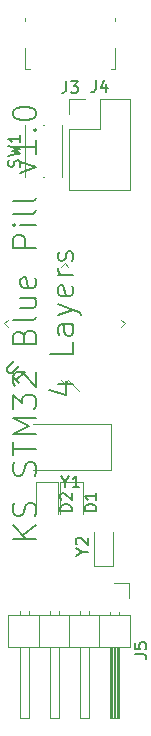
<source format=gbr>
%TF.GenerationSoftware,KiCad,Pcbnew,(5.1.6)-1*%
%TF.CreationDate,2020-09-14T17:11:37+02:00*%
%TF.ProjectId,STM32_blue_pill_4_layers,53544d33-325f-4626-9c75-655f70696c6c,rev?*%
%TF.SameCoordinates,Original*%
%TF.FileFunction,Legend,Top*%
%TF.FilePolarity,Positive*%
%FSLAX46Y46*%
G04 Gerber Fmt 4.6, Leading zero omitted, Abs format (unit mm)*
G04 Created by KiCad (PCBNEW (5.1.6)-1) date 2020-09-14 17:11:37*
%MOMM*%
%LPD*%
G01*
G04 APERTURE LIST*
%ADD10C,0.150000*%
%ADD11C,0.120000*%
G04 APERTURE END LIST*
D10*
X127569761Y-105108095D02*
X125569761Y-105108095D01*
X127569761Y-103965238D02*
X126426904Y-104822380D01*
X125569761Y-103965238D02*
X126712619Y-105108095D01*
X127474523Y-103203333D02*
X127569761Y-102917619D01*
X127569761Y-102441428D01*
X127474523Y-102250952D01*
X127379285Y-102155714D01*
X127188809Y-102060476D01*
X126998333Y-102060476D01*
X126807857Y-102155714D01*
X126712619Y-102250952D01*
X126617380Y-102441428D01*
X126522142Y-102822380D01*
X126426904Y-103012857D01*
X126331666Y-103108095D01*
X126141190Y-103203333D01*
X125950714Y-103203333D01*
X125760238Y-103108095D01*
X125665000Y-103012857D01*
X125569761Y-102822380D01*
X125569761Y-102346190D01*
X125665000Y-102060476D01*
X127474523Y-99774761D02*
X127569761Y-99489047D01*
X127569761Y-99012857D01*
X127474523Y-98822380D01*
X127379285Y-98727142D01*
X127188809Y-98631904D01*
X126998333Y-98631904D01*
X126807857Y-98727142D01*
X126712619Y-98822380D01*
X126617380Y-99012857D01*
X126522142Y-99393809D01*
X126426904Y-99584285D01*
X126331666Y-99679523D01*
X126141190Y-99774761D01*
X125950714Y-99774761D01*
X125760238Y-99679523D01*
X125665000Y-99584285D01*
X125569761Y-99393809D01*
X125569761Y-98917619D01*
X125665000Y-98631904D01*
X125569761Y-98060476D02*
X125569761Y-96917619D01*
X127569761Y-97489047D02*
X125569761Y-97489047D01*
X127569761Y-96250952D02*
X125569761Y-96250952D01*
X126998333Y-95584285D01*
X125569761Y-94917619D01*
X127569761Y-94917619D01*
X125569761Y-94155714D02*
X125569761Y-92917619D01*
X126331666Y-93584285D01*
X126331666Y-93298571D01*
X126426904Y-93108095D01*
X126522142Y-93012857D01*
X126712619Y-92917619D01*
X127188809Y-92917619D01*
X127379285Y-93012857D01*
X127474523Y-93108095D01*
X127569761Y-93298571D01*
X127569761Y-93870000D01*
X127474523Y-94060476D01*
X127379285Y-94155714D01*
X125760238Y-92155714D02*
X125665000Y-92060476D01*
X125569761Y-91870000D01*
X125569761Y-91393809D01*
X125665000Y-91203333D01*
X125760238Y-91108095D01*
X125950714Y-91012857D01*
X126141190Y-91012857D01*
X126426904Y-91108095D01*
X127569761Y-92250952D01*
X127569761Y-91012857D01*
X126522142Y-87965238D02*
X126617380Y-87679523D01*
X126712619Y-87584285D01*
X126903095Y-87489047D01*
X127188809Y-87489047D01*
X127379285Y-87584285D01*
X127474523Y-87679523D01*
X127569761Y-87870000D01*
X127569761Y-88631904D01*
X125569761Y-88631904D01*
X125569761Y-87965238D01*
X125665000Y-87774761D01*
X125760238Y-87679523D01*
X125950714Y-87584285D01*
X126141190Y-87584285D01*
X126331666Y-87679523D01*
X126426904Y-87774761D01*
X126522142Y-87965238D01*
X126522142Y-88631904D01*
X127569761Y-86346190D02*
X127474523Y-86536666D01*
X127284047Y-86631904D01*
X125569761Y-86631904D01*
X126236428Y-84727142D02*
X127569761Y-84727142D01*
X126236428Y-85584285D02*
X127284047Y-85584285D01*
X127474523Y-85489047D01*
X127569761Y-85298571D01*
X127569761Y-85012857D01*
X127474523Y-84822380D01*
X127379285Y-84727142D01*
X127474523Y-83012857D02*
X127569761Y-83203333D01*
X127569761Y-83584285D01*
X127474523Y-83774761D01*
X127284047Y-83870000D01*
X126522142Y-83870000D01*
X126331666Y-83774761D01*
X126236428Y-83584285D01*
X126236428Y-83203333D01*
X126331666Y-83012857D01*
X126522142Y-82917619D01*
X126712619Y-82917619D01*
X126903095Y-83870000D01*
X127569761Y-80536666D02*
X125569761Y-80536666D01*
X125569761Y-79774761D01*
X125665000Y-79584285D01*
X125760238Y-79489047D01*
X125950714Y-79393809D01*
X126236428Y-79393809D01*
X126426904Y-79489047D01*
X126522142Y-79584285D01*
X126617380Y-79774761D01*
X126617380Y-80536666D01*
X127569761Y-78536666D02*
X126236428Y-78536666D01*
X125569761Y-78536666D02*
X125665000Y-78631904D01*
X125760238Y-78536666D01*
X125665000Y-78441428D01*
X125569761Y-78536666D01*
X125760238Y-78536666D01*
X127569761Y-77298571D02*
X127474523Y-77489047D01*
X127284047Y-77584285D01*
X125569761Y-77584285D01*
X127569761Y-76250952D02*
X127474523Y-76441428D01*
X127284047Y-76536666D01*
X125569761Y-76536666D01*
X126236428Y-74155714D02*
X127569761Y-73679523D01*
X126236428Y-73203333D01*
X127569761Y-71393809D02*
X127569761Y-72536666D01*
X127569761Y-71965238D02*
X125569761Y-71965238D01*
X125855476Y-72155714D01*
X126045952Y-72346190D01*
X126141190Y-72536666D01*
X127379285Y-70536666D02*
X127474523Y-70441428D01*
X127569761Y-70536666D01*
X127474523Y-70631904D01*
X127379285Y-70536666D01*
X127569761Y-70536666D01*
X125569761Y-69203333D02*
X125569761Y-69012857D01*
X125665000Y-68822380D01*
X125760238Y-68727142D01*
X125950714Y-68631904D01*
X126331666Y-68536666D01*
X126807857Y-68536666D01*
X127188809Y-68631904D01*
X127379285Y-68727142D01*
X127474523Y-68822380D01*
X127569761Y-69012857D01*
X127569761Y-69203333D01*
X127474523Y-69393809D01*
X127379285Y-69489047D01*
X127188809Y-69584285D01*
X126807857Y-69679523D01*
X126331666Y-69679523D01*
X125950714Y-69584285D01*
X125760238Y-69489047D01*
X125665000Y-69393809D01*
X125569761Y-69203333D01*
X129386428Y-92012857D02*
X130719761Y-92012857D01*
X128624523Y-92489047D02*
X130053095Y-92965238D01*
X130053095Y-91727142D01*
X130719761Y-88489047D02*
X130719761Y-89441428D01*
X128719761Y-89441428D01*
X130719761Y-86965238D02*
X129672142Y-86965238D01*
X129481666Y-87060476D01*
X129386428Y-87250952D01*
X129386428Y-87631904D01*
X129481666Y-87822380D01*
X130624523Y-86965238D02*
X130719761Y-87155714D01*
X130719761Y-87631904D01*
X130624523Y-87822380D01*
X130434047Y-87917619D01*
X130243571Y-87917619D01*
X130053095Y-87822380D01*
X129957857Y-87631904D01*
X129957857Y-87155714D01*
X129862619Y-86965238D01*
X129386428Y-86203333D02*
X130719761Y-85727142D01*
X129386428Y-85250952D02*
X130719761Y-85727142D01*
X131195952Y-85917619D01*
X131291190Y-86012857D01*
X131386428Y-86203333D01*
X130624523Y-83727142D02*
X130719761Y-83917619D01*
X130719761Y-84298571D01*
X130624523Y-84489047D01*
X130434047Y-84584285D01*
X129672142Y-84584285D01*
X129481666Y-84489047D01*
X129386428Y-84298571D01*
X129386428Y-83917619D01*
X129481666Y-83727142D01*
X129672142Y-83631904D01*
X129862619Y-83631904D01*
X130053095Y-84584285D01*
X130719761Y-82774761D02*
X129386428Y-82774761D01*
X129767380Y-82774761D02*
X129576904Y-82679523D01*
X129481666Y-82584285D01*
X129386428Y-82393809D01*
X129386428Y-82203333D01*
X130624523Y-81631904D02*
X130719761Y-81441428D01*
X130719761Y-81060476D01*
X130624523Y-80870000D01*
X130434047Y-80774761D01*
X130338809Y-80774761D01*
X130148333Y-80870000D01*
X130053095Y-81060476D01*
X130053095Y-81346190D01*
X129957857Y-81536666D01*
X129767380Y-81631904D01*
X129672142Y-81631904D01*
X129481666Y-81536666D01*
X129386428Y-81346190D01*
X129386428Y-81060476D01*
X129481666Y-80870000D01*
D11*
%TO.C,J3*%
X134240000Y-61010000D02*
X134240000Y-61270000D01*
X134240000Y-63550000D02*
X134240000Y-65320000D01*
X134240000Y-65320000D02*
X133860000Y-65320000D01*
X126620000Y-65320000D02*
X126620000Y-63550000D01*
X126620000Y-61270000D02*
X126620000Y-61010000D01*
X126620000Y-65320000D02*
X127000000Y-65320000D01*
%TO.C,SW1*%
X128250000Y-74490000D02*
X128150000Y-74490000D01*
X126650000Y-70090000D02*
X126650000Y-74490000D01*
X129750000Y-74490000D02*
X129750000Y-70090000D01*
X128250000Y-70090000D02*
X128150000Y-70090000D01*
%TO.C,Y2*%
X134060000Y-107385000D02*
X134060000Y-104535000D01*
X132460000Y-107385000D02*
X134060000Y-107385000D01*
X132460000Y-104535000D02*
X132460000Y-107385000D01*
%TO.C,Y1*%
X133860000Y-95420000D02*
X127310000Y-95420000D01*
X133860000Y-99320000D02*
X133860000Y-95420000D01*
X127310000Y-99320000D02*
X133860000Y-99320000D01*
%TO.C,U1*%
X130289410Y-91669237D02*
X131201578Y-92581405D01*
X129971212Y-91987435D02*
X130289410Y-91669237D01*
X129653014Y-91669237D02*
X129971212Y-91987435D01*
X124865901Y-86882124D02*
X125184099Y-86563926D01*
X125184099Y-87200322D02*
X124865901Y-86882124D01*
X135076523Y-86882124D02*
X134758325Y-87200322D01*
X134758325Y-86563926D02*
X135076523Y-86882124D01*
X129971212Y-81776813D02*
X129653014Y-82095011D01*
X130289410Y-82095011D02*
X129971212Y-81776813D01*
%TO.C,J5*%
X135440000Y-108900000D02*
X135440000Y-110170000D01*
X134170000Y-108900000D02*
X135440000Y-108900000D01*
X126170000Y-111212929D02*
X126170000Y-111610000D01*
X126930000Y-111212929D02*
X126930000Y-111610000D01*
X126170000Y-120270000D02*
X126170000Y-114270000D01*
X126930000Y-120270000D02*
X126170000Y-120270000D01*
X126930000Y-114270000D02*
X126930000Y-120270000D01*
X127820000Y-111610000D02*
X127820000Y-114270000D01*
X128710000Y-111212929D02*
X128710000Y-111610000D01*
X129470000Y-111212929D02*
X129470000Y-111610000D01*
X128710000Y-120270000D02*
X128710000Y-114270000D01*
X129470000Y-120270000D02*
X128710000Y-120270000D01*
X129470000Y-114270000D02*
X129470000Y-120270000D01*
X130360000Y-111610000D02*
X130360000Y-114270000D01*
X131250000Y-111212929D02*
X131250000Y-111610000D01*
X132010000Y-111212929D02*
X132010000Y-111610000D01*
X131250000Y-120270000D02*
X131250000Y-114270000D01*
X132010000Y-120270000D02*
X131250000Y-120270000D01*
X132010000Y-114270000D02*
X132010000Y-120270000D01*
X132900000Y-111610000D02*
X132900000Y-114270000D01*
X133790000Y-111280000D02*
X133790000Y-111610000D01*
X134550000Y-111280000D02*
X134550000Y-111610000D01*
X133890000Y-114270000D02*
X133890000Y-120270000D01*
X134010000Y-114270000D02*
X134010000Y-120270000D01*
X134130000Y-114270000D02*
X134130000Y-120270000D01*
X134250000Y-114270000D02*
X134250000Y-120270000D01*
X134370000Y-114270000D02*
X134370000Y-120270000D01*
X134490000Y-114270000D02*
X134490000Y-120270000D01*
X133790000Y-120270000D02*
X133790000Y-114270000D01*
X134550000Y-120270000D02*
X133790000Y-120270000D01*
X134550000Y-114270000D02*
X134550000Y-120270000D01*
X135500000Y-114270000D02*
X135500000Y-111610000D01*
X125220000Y-114270000D02*
X135500000Y-114270000D01*
X125220000Y-111610000D02*
X125220000Y-114270000D01*
X135500000Y-111610000D02*
X125220000Y-111610000D01*
%TO.C,J4*%
X130340000Y-67850000D02*
X131670000Y-67850000D01*
X130340000Y-69180000D02*
X130340000Y-67850000D01*
X132940000Y-67850000D02*
X135540000Y-67850000D01*
X132940000Y-70450000D02*
X132940000Y-67850000D01*
X130340000Y-70450000D02*
X132940000Y-70450000D01*
X135540000Y-67850000D02*
X135540000Y-75590000D01*
X130340000Y-70450000D02*
X130340000Y-75590000D01*
X130340000Y-75590000D02*
X135540000Y-75590000D01*
%TO.C,D2*%
X127520000Y-100345000D02*
X127520000Y-103030000D01*
X129440000Y-100345000D02*
X127520000Y-100345000D01*
X129440000Y-103030000D02*
X129440000Y-100345000D01*
%TO.C,D1*%
X129600000Y-100342500D02*
X129600000Y-103027500D01*
X131520000Y-100342500D02*
X129600000Y-100342500D01*
X131520000Y-103027500D02*
X131520000Y-100342500D01*
%TO.C,J3*%
D10*
X130096666Y-66362380D02*
X130096666Y-67076666D01*
X130049047Y-67219523D01*
X129953809Y-67314761D01*
X129810952Y-67362380D01*
X129715714Y-67362380D01*
X130477619Y-66362380D02*
X131096666Y-66362380D01*
X130763333Y-66743333D01*
X130906190Y-66743333D01*
X131001428Y-66790952D01*
X131049047Y-66838571D01*
X131096666Y-66933809D01*
X131096666Y-67171904D01*
X131049047Y-67267142D01*
X131001428Y-67314761D01*
X130906190Y-67362380D01*
X130620476Y-67362380D01*
X130525238Y-67314761D01*
X130477619Y-67267142D01*
%TO.C,SW1*%
X126154761Y-73623333D02*
X126202380Y-73480476D01*
X126202380Y-73242380D01*
X126154761Y-73147142D01*
X126107142Y-73099523D01*
X126011904Y-73051904D01*
X125916666Y-73051904D01*
X125821428Y-73099523D01*
X125773809Y-73147142D01*
X125726190Y-73242380D01*
X125678571Y-73432857D01*
X125630952Y-73528095D01*
X125583333Y-73575714D01*
X125488095Y-73623333D01*
X125392857Y-73623333D01*
X125297619Y-73575714D01*
X125250000Y-73528095D01*
X125202380Y-73432857D01*
X125202380Y-73194761D01*
X125250000Y-73051904D01*
X125202380Y-72718571D02*
X126202380Y-72480476D01*
X125488095Y-72290000D01*
X126202380Y-72099523D01*
X125202380Y-71861428D01*
X126202380Y-70956666D02*
X126202380Y-71528095D01*
X126202380Y-71242380D02*
X125202380Y-71242380D01*
X125345238Y-71337619D01*
X125440476Y-71432857D01*
X125488095Y-71528095D01*
%TO.C,Y2*%
X131436190Y-106211190D02*
X131912380Y-106211190D01*
X130912380Y-106544523D02*
X131436190Y-106211190D01*
X130912380Y-105877857D01*
X131007619Y-105592142D02*
X130960000Y-105544523D01*
X130912380Y-105449285D01*
X130912380Y-105211190D01*
X130960000Y-105115952D01*
X131007619Y-105068333D01*
X131102857Y-105020714D01*
X131198095Y-105020714D01*
X131340952Y-105068333D01*
X131912380Y-105639761D01*
X131912380Y-105020714D01*
%TO.C,Y1*%
X130033809Y-100296190D02*
X130033809Y-100772380D01*
X129700476Y-99772380D02*
X130033809Y-100296190D01*
X130367142Y-99772380D01*
X131224285Y-100772380D02*
X130652857Y-100772380D01*
X130938571Y-100772380D02*
X130938571Y-99772380D01*
X130843333Y-99915238D01*
X130748095Y-100010476D01*
X130652857Y-100058095D01*
%TO.C,U1*%
X125683114Y-90092725D02*
X125110694Y-90665145D01*
X125077022Y-90766160D01*
X125077022Y-90833504D01*
X125110694Y-90934519D01*
X125245381Y-91069206D01*
X125346396Y-91102878D01*
X125413740Y-91102878D01*
X125514755Y-91069206D01*
X126087175Y-90496786D01*
X126087175Y-91911000D02*
X125683114Y-91506939D01*
X125885144Y-91708969D02*
X126592251Y-91001863D01*
X126423892Y-91035534D01*
X126289205Y-91035534D01*
X126188190Y-91001863D01*
%TO.C,J5*%
X135892380Y-114888333D02*
X136606666Y-114888333D01*
X136749523Y-114935952D01*
X136844761Y-115031190D01*
X136892380Y-115174047D01*
X136892380Y-115269285D01*
X135892380Y-113935952D02*
X135892380Y-114412142D01*
X136368571Y-114459761D01*
X136320952Y-114412142D01*
X136273333Y-114316904D01*
X136273333Y-114078809D01*
X136320952Y-113983571D01*
X136368571Y-113935952D01*
X136463809Y-113888333D01*
X136701904Y-113888333D01*
X136797142Y-113935952D01*
X136844761Y-113983571D01*
X136892380Y-114078809D01*
X136892380Y-114316904D01*
X136844761Y-114412142D01*
X136797142Y-114459761D01*
%TO.C,J4*%
X132606666Y-66302380D02*
X132606666Y-67016666D01*
X132559047Y-67159523D01*
X132463809Y-67254761D01*
X132320952Y-67302380D01*
X132225714Y-67302380D01*
X133511428Y-66635714D02*
X133511428Y-67302380D01*
X133273333Y-66254761D02*
X133035238Y-66969047D01*
X133654285Y-66969047D01*
%TO.C,D2*%
X130582380Y-102768095D02*
X129582380Y-102768095D01*
X129582380Y-102530000D01*
X129630000Y-102387142D01*
X129725238Y-102291904D01*
X129820476Y-102244285D01*
X130010952Y-102196666D01*
X130153809Y-102196666D01*
X130344285Y-102244285D01*
X130439523Y-102291904D01*
X130534761Y-102387142D01*
X130582380Y-102530000D01*
X130582380Y-102768095D01*
X129677619Y-101815714D02*
X129630000Y-101768095D01*
X129582380Y-101672857D01*
X129582380Y-101434761D01*
X129630000Y-101339523D01*
X129677619Y-101291904D01*
X129772857Y-101244285D01*
X129868095Y-101244285D01*
X130010952Y-101291904D01*
X130582380Y-101863333D01*
X130582380Y-101244285D01*
%TO.C,D1*%
X132662380Y-102765595D02*
X131662380Y-102765595D01*
X131662380Y-102527500D01*
X131710000Y-102384642D01*
X131805238Y-102289404D01*
X131900476Y-102241785D01*
X132090952Y-102194166D01*
X132233809Y-102194166D01*
X132424285Y-102241785D01*
X132519523Y-102289404D01*
X132614761Y-102384642D01*
X132662380Y-102527500D01*
X132662380Y-102765595D01*
X132662380Y-101241785D02*
X132662380Y-101813214D01*
X132662380Y-101527500D02*
X131662380Y-101527500D01*
X131805238Y-101622738D01*
X131900476Y-101717976D01*
X131948095Y-101813214D01*
%TD*%
M02*

</source>
